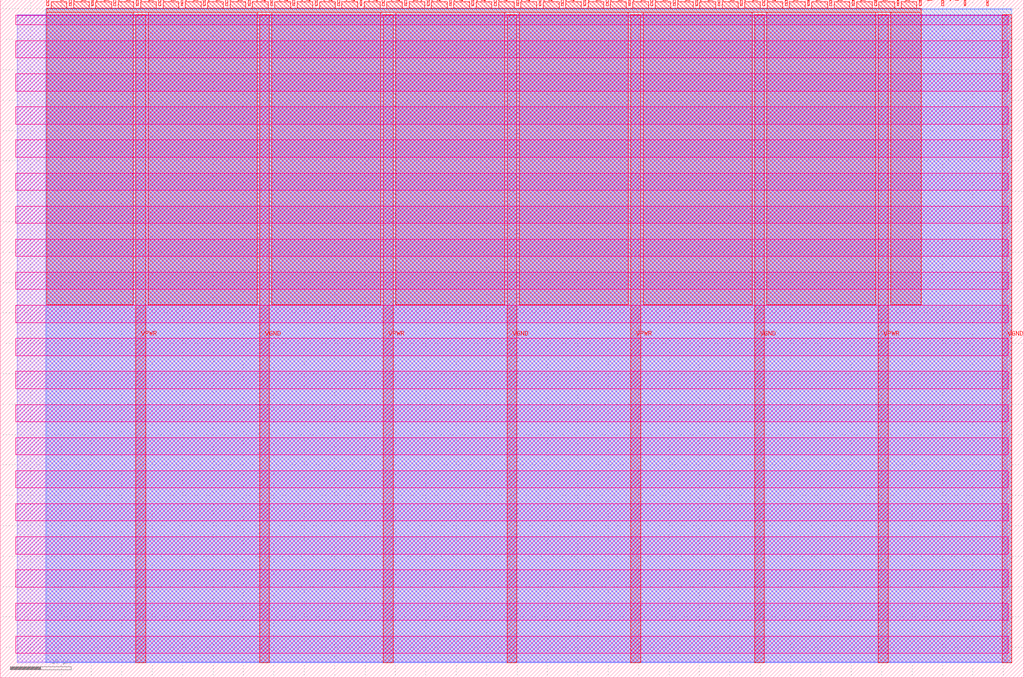
<source format=lef>
VERSION 5.7 ;
  NOWIREEXTENSIONATPIN ON ;
  DIVIDERCHAR "/" ;
  BUSBITCHARS "[]" ;
MACRO tt_um_adriannovosel_top
  CLASS BLOCK ;
  FOREIGN tt_um_adriannovosel_top ;
  ORIGIN 0.000 0.000 ;
  SIZE 168.360 BY 111.520 ;
  PIN VGND
    DIRECTION INOUT ;
    USE GROUND ;
    PORT
      LAYER met4 ;
        RECT 42.670 2.480 44.270 109.040 ;
    END
    PORT
      LAYER met4 ;
        RECT 83.380 2.480 84.980 109.040 ;
    END
    PORT
      LAYER met4 ;
        RECT 124.090 2.480 125.690 109.040 ;
    END
    PORT
      LAYER met4 ;
        RECT 164.800 2.480 166.400 109.040 ;
    END
  END VGND
  PIN VPWR
    DIRECTION INOUT ;
    USE POWER ;
    PORT
      LAYER met4 ;
        RECT 22.315 2.480 23.915 109.040 ;
    END
    PORT
      LAYER met4 ;
        RECT 63.025 2.480 64.625 109.040 ;
    END
    PORT
      LAYER met4 ;
        RECT 103.735 2.480 105.335 109.040 ;
    END
    PORT
      LAYER met4 ;
        RECT 144.445 2.480 146.045 109.040 ;
    END
  END VPWR
  PIN clk
    DIRECTION INPUT ;
    USE SIGNAL ;
    PORT
      LAYER met4 ;
        RECT 158.550 110.520 158.850 111.520 ;
    END
  END clk
  PIN ena
    DIRECTION INPUT ;
    USE SIGNAL ;
    PORT
      LAYER met4 ;
        RECT 162.230 110.520 162.530 111.520 ;
    END
  END ena
  PIN rst_n
    DIRECTION INPUT ;
    USE SIGNAL ;
    PORT
      LAYER met4 ;
        RECT 154.870 110.520 155.170 111.520 ;
    END
  END rst_n
  PIN ui_in[0]
    DIRECTION INPUT ;
    USE SIGNAL ;
    ANTENNAGATEAREA 0.196500 ;
    PORT
      LAYER met4 ;
        RECT 151.190 110.520 151.490 111.520 ;
    END
  END ui_in[0]
  PIN ui_in[1]
    DIRECTION INPUT ;
    USE SIGNAL ;
    ANTENNAGATEAREA 0.196500 ;
    PORT
      LAYER met4 ;
        RECT 147.510 110.520 147.810 111.520 ;
    END
  END ui_in[1]
  PIN ui_in[2]
    DIRECTION INPUT ;
    USE SIGNAL ;
    ANTENNAGATEAREA 0.196500 ;
    PORT
      LAYER met4 ;
        RECT 143.830 110.520 144.130 111.520 ;
    END
  END ui_in[2]
  PIN ui_in[3]
    DIRECTION INPUT ;
    USE SIGNAL ;
    ANTENNAGATEAREA 0.196500 ;
    PORT
      LAYER met4 ;
        RECT 140.150 110.520 140.450 111.520 ;
    END
  END ui_in[3]
  PIN ui_in[4]
    DIRECTION INPUT ;
    USE SIGNAL ;
    ANTENNAGATEAREA 0.196500 ;
    PORT
      LAYER met4 ;
        RECT 136.470 110.520 136.770 111.520 ;
    END
  END ui_in[4]
  PIN ui_in[5]
    DIRECTION INPUT ;
    USE SIGNAL ;
    ANTENNAGATEAREA 0.213000 ;
    PORT
      LAYER met4 ;
        RECT 132.790 110.520 133.090 111.520 ;
    END
  END ui_in[5]
  PIN ui_in[6]
    DIRECTION INPUT ;
    USE SIGNAL ;
    ANTENNAGATEAREA 0.213000 ;
    PORT
      LAYER met4 ;
        RECT 129.110 110.520 129.410 111.520 ;
    END
  END ui_in[6]
  PIN ui_in[7]
    DIRECTION INPUT ;
    USE SIGNAL ;
    PORT
      LAYER met4 ;
        RECT 125.430 110.520 125.730 111.520 ;
    END
  END ui_in[7]
  PIN uio_in[0]
    DIRECTION INPUT ;
    USE SIGNAL ;
    PORT
      LAYER met4 ;
        RECT 121.750 110.520 122.050 111.520 ;
    END
  END uio_in[0]
  PIN uio_in[1]
    DIRECTION INPUT ;
    USE SIGNAL ;
    PORT
      LAYER met4 ;
        RECT 118.070 110.520 118.370 111.520 ;
    END
  END uio_in[1]
  PIN uio_in[2]
    DIRECTION INPUT ;
    USE SIGNAL ;
    PORT
      LAYER met4 ;
        RECT 114.390 110.520 114.690 111.520 ;
    END
  END uio_in[2]
  PIN uio_in[3]
    DIRECTION INPUT ;
    USE SIGNAL ;
    PORT
      LAYER met4 ;
        RECT 110.710 110.520 111.010 111.520 ;
    END
  END uio_in[3]
  PIN uio_in[4]
    DIRECTION INPUT ;
    USE SIGNAL ;
    PORT
      LAYER met4 ;
        RECT 107.030 110.520 107.330 111.520 ;
    END
  END uio_in[4]
  PIN uio_in[5]
    DIRECTION INPUT ;
    USE SIGNAL ;
    PORT
      LAYER met4 ;
        RECT 103.350 110.520 103.650 111.520 ;
    END
  END uio_in[5]
  PIN uio_in[6]
    DIRECTION INPUT ;
    USE SIGNAL ;
    PORT
      LAYER met4 ;
        RECT 99.670 110.520 99.970 111.520 ;
    END
  END uio_in[6]
  PIN uio_in[7]
    DIRECTION INPUT ;
    USE SIGNAL ;
    PORT
      LAYER met4 ;
        RECT 95.990 110.520 96.290 111.520 ;
    END
  END uio_in[7]
  PIN uio_oe[0]
    DIRECTION OUTPUT TRISTATE ;
    USE SIGNAL ;
    PORT
      LAYER met4 ;
        RECT 33.430 110.520 33.730 111.520 ;
    END
  END uio_oe[0]
  PIN uio_oe[1]
    DIRECTION OUTPUT TRISTATE ;
    USE SIGNAL ;
    PORT
      LAYER met4 ;
        RECT 29.750 110.520 30.050 111.520 ;
    END
  END uio_oe[1]
  PIN uio_oe[2]
    DIRECTION OUTPUT TRISTATE ;
    USE SIGNAL ;
    PORT
      LAYER met4 ;
        RECT 26.070 110.520 26.370 111.520 ;
    END
  END uio_oe[2]
  PIN uio_oe[3]
    DIRECTION OUTPUT TRISTATE ;
    USE SIGNAL ;
    PORT
      LAYER met4 ;
        RECT 22.390 110.520 22.690 111.520 ;
    END
  END uio_oe[3]
  PIN uio_oe[4]
    DIRECTION OUTPUT TRISTATE ;
    USE SIGNAL ;
    PORT
      LAYER met4 ;
        RECT 18.710 110.520 19.010 111.520 ;
    END
  END uio_oe[4]
  PIN uio_oe[5]
    DIRECTION OUTPUT TRISTATE ;
    USE SIGNAL ;
    PORT
      LAYER met4 ;
        RECT 15.030 110.520 15.330 111.520 ;
    END
  END uio_oe[5]
  PIN uio_oe[6]
    DIRECTION OUTPUT TRISTATE ;
    USE SIGNAL ;
    PORT
      LAYER met4 ;
        RECT 11.350 110.520 11.650 111.520 ;
    END
  END uio_oe[6]
  PIN uio_oe[7]
    DIRECTION OUTPUT TRISTATE ;
    USE SIGNAL ;
    PORT
      LAYER met4 ;
        RECT 7.670 110.520 7.970 111.520 ;
    END
  END uio_oe[7]
  PIN uio_out[0]
    DIRECTION OUTPUT TRISTATE ;
    USE SIGNAL ;
    PORT
      LAYER met4 ;
        RECT 62.870 110.520 63.170 111.520 ;
    END
  END uio_out[0]
  PIN uio_out[1]
    DIRECTION OUTPUT TRISTATE ;
    USE SIGNAL ;
    PORT
      LAYER met4 ;
        RECT 59.190 110.520 59.490 111.520 ;
    END
  END uio_out[1]
  PIN uio_out[2]
    DIRECTION OUTPUT TRISTATE ;
    USE SIGNAL ;
    PORT
      LAYER met4 ;
        RECT 55.510 110.520 55.810 111.520 ;
    END
  END uio_out[2]
  PIN uio_out[3]
    DIRECTION OUTPUT TRISTATE ;
    USE SIGNAL ;
    PORT
      LAYER met4 ;
        RECT 51.830 110.520 52.130 111.520 ;
    END
  END uio_out[3]
  PIN uio_out[4]
    DIRECTION OUTPUT TRISTATE ;
    USE SIGNAL ;
    PORT
      LAYER met4 ;
        RECT 48.150 110.520 48.450 111.520 ;
    END
  END uio_out[4]
  PIN uio_out[5]
    DIRECTION OUTPUT TRISTATE ;
    USE SIGNAL ;
    PORT
      LAYER met4 ;
        RECT 44.470 110.520 44.770 111.520 ;
    END
  END uio_out[5]
  PIN uio_out[6]
    DIRECTION OUTPUT TRISTATE ;
    USE SIGNAL ;
    PORT
      LAYER met4 ;
        RECT 40.790 110.520 41.090 111.520 ;
    END
  END uio_out[6]
  PIN uio_out[7]
    DIRECTION OUTPUT TRISTATE ;
    USE SIGNAL ;
    PORT
      LAYER met4 ;
        RECT 37.110 110.520 37.410 111.520 ;
    END
  END uio_out[7]
  PIN uo_out[0]
    DIRECTION OUTPUT TRISTATE ;
    USE SIGNAL ;
    ANTENNADIFFAREA 0.445500 ;
    PORT
      LAYER met4 ;
        RECT 92.310 110.520 92.610 111.520 ;
    END
  END uo_out[0]
  PIN uo_out[1]
    DIRECTION OUTPUT TRISTATE ;
    USE SIGNAL ;
    ANTENNADIFFAREA 0.445500 ;
    PORT
      LAYER met4 ;
        RECT 88.630 110.520 88.930 111.520 ;
    END
  END uo_out[1]
  PIN uo_out[2]
    DIRECTION OUTPUT TRISTATE ;
    USE SIGNAL ;
    ANTENNADIFFAREA 0.445500 ;
    PORT
      LAYER met4 ;
        RECT 84.950 110.520 85.250 111.520 ;
    END
  END uo_out[2]
  PIN uo_out[3]
    DIRECTION OUTPUT TRISTATE ;
    USE SIGNAL ;
    ANTENNADIFFAREA 0.445500 ;
    PORT
      LAYER met4 ;
        RECT 81.270 110.520 81.570 111.520 ;
    END
  END uo_out[3]
  PIN uo_out[4]
    DIRECTION OUTPUT TRISTATE ;
    USE SIGNAL ;
    ANTENNADIFFAREA 0.795200 ;
    PORT
      LAYER met4 ;
        RECT 77.590 110.520 77.890 111.520 ;
    END
  END uo_out[4]
  PIN uo_out[5]
    DIRECTION OUTPUT TRISTATE ;
    USE SIGNAL ;
    ANTENNADIFFAREA 0.445500 ;
    PORT
      LAYER met4 ;
        RECT 73.910 110.520 74.210 111.520 ;
    END
  END uo_out[5]
  PIN uo_out[6]
    DIRECTION OUTPUT TRISTATE ;
    USE SIGNAL ;
    ANTENNADIFFAREA 0.795200 ;
    PORT
      LAYER met4 ;
        RECT 70.230 110.520 70.530 111.520 ;
    END
  END uo_out[6]
  PIN uo_out[7]
    DIRECTION OUTPUT TRISTATE ;
    USE SIGNAL ;
    ANTENNADIFFAREA 0.445500 ;
    PORT
      LAYER met4 ;
        RECT 66.550 110.520 66.850 111.520 ;
    END
  END uo_out[7]
  OBS
      LAYER nwell ;
        RECT 2.570 107.385 165.790 108.990 ;
        RECT 2.570 101.945 165.790 104.775 ;
        RECT 2.570 96.505 165.790 99.335 ;
        RECT 2.570 91.065 165.790 93.895 ;
        RECT 2.570 85.625 165.790 88.455 ;
        RECT 2.570 80.185 165.790 83.015 ;
        RECT 2.570 74.745 165.790 77.575 ;
        RECT 2.570 69.305 165.790 72.135 ;
        RECT 2.570 63.865 165.790 66.695 ;
        RECT 2.570 58.425 165.790 61.255 ;
        RECT 2.570 52.985 165.790 55.815 ;
        RECT 2.570 47.545 165.790 50.375 ;
        RECT 2.570 42.105 165.790 44.935 ;
        RECT 2.570 36.665 165.790 39.495 ;
        RECT 2.570 31.225 165.790 34.055 ;
        RECT 2.570 25.785 165.790 28.615 ;
        RECT 2.570 20.345 165.790 23.175 ;
        RECT 2.570 14.905 165.790 17.735 ;
        RECT 2.570 9.465 165.790 12.295 ;
        RECT 2.570 4.025 165.790 6.855 ;
      LAYER li1 ;
        RECT 2.760 2.635 165.600 108.885 ;
      LAYER met1 ;
        RECT 2.760 2.480 166.400 109.040 ;
      LAYER met2 ;
        RECT 7.460 2.535 166.370 110.005 ;
      LAYER met3 ;
        RECT 7.630 2.555 166.390 109.985 ;
      LAYER met4 ;
        RECT 8.370 110.120 10.950 111.170 ;
        RECT 12.050 110.120 14.630 111.170 ;
        RECT 15.730 110.120 18.310 111.170 ;
        RECT 19.410 110.120 21.990 111.170 ;
        RECT 23.090 110.120 25.670 111.170 ;
        RECT 26.770 110.120 29.350 111.170 ;
        RECT 30.450 110.120 33.030 111.170 ;
        RECT 34.130 110.120 36.710 111.170 ;
        RECT 37.810 110.120 40.390 111.170 ;
        RECT 41.490 110.120 44.070 111.170 ;
        RECT 45.170 110.120 47.750 111.170 ;
        RECT 48.850 110.120 51.430 111.170 ;
        RECT 52.530 110.120 55.110 111.170 ;
        RECT 56.210 110.120 58.790 111.170 ;
        RECT 59.890 110.120 62.470 111.170 ;
        RECT 63.570 110.120 66.150 111.170 ;
        RECT 67.250 110.120 69.830 111.170 ;
        RECT 70.930 110.120 73.510 111.170 ;
        RECT 74.610 110.120 77.190 111.170 ;
        RECT 78.290 110.120 80.870 111.170 ;
        RECT 81.970 110.120 84.550 111.170 ;
        RECT 85.650 110.120 88.230 111.170 ;
        RECT 89.330 110.120 91.910 111.170 ;
        RECT 93.010 110.120 95.590 111.170 ;
        RECT 96.690 110.120 99.270 111.170 ;
        RECT 100.370 110.120 102.950 111.170 ;
        RECT 104.050 110.120 106.630 111.170 ;
        RECT 107.730 110.120 110.310 111.170 ;
        RECT 111.410 110.120 113.990 111.170 ;
        RECT 115.090 110.120 117.670 111.170 ;
        RECT 118.770 110.120 121.350 111.170 ;
        RECT 122.450 110.120 125.030 111.170 ;
        RECT 126.130 110.120 128.710 111.170 ;
        RECT 129.810 110.120 132.390 111.170 ;
        RECT 133.490 110.120 136.070 111.170 ;
        RECT 137.170 110.120 139.750 111.170 ;
        RECT 140.850 110.120 143.430 111.170 ;
        RECT 144.530 110.120 147.110 111.170 ;
        RECT 148.210 110.120 150.790 111.170 ;
        RECT 7.655 109.440 151.505 110.120 ;
        RECT 7.655 61.375 21.915 109.440 ;
        RECT 24.315 61.375 42.270 109.440 ;
        RECT 44.670 61.375 62.625 109.440 ;
        RECT 65.025 61.375 82.980 109.440 ;
        RECT 85.380 61.375 103.335 109.440 ;
        RECT 105.735 61.375 123.690 109.440 ;
        RECT 126.090 61.375 144.045 109.440 ;
        RECT 146.445 61.375 151.505 109.440 ;
  END
END tt_um_adriannovosel_top
END LIBRARY


</source>
